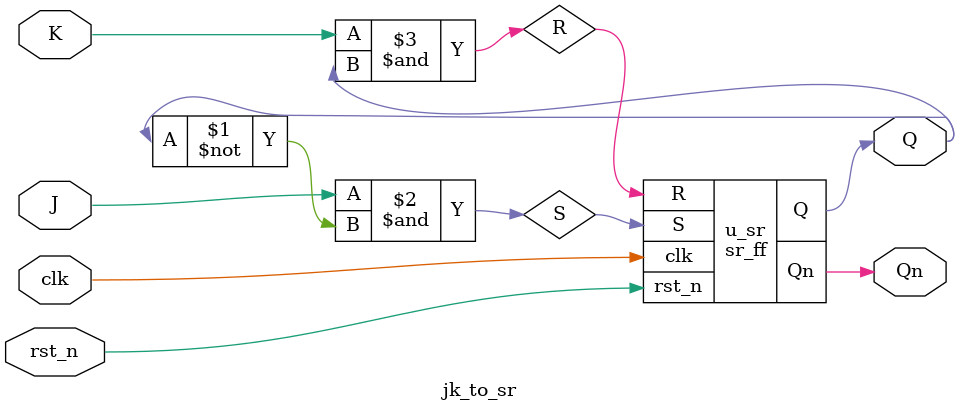
<source format=v>
`timescale 1ns / 1ps
module sr_ff (
    input  wire S,        // Set
    input  wire R,        // Reset
    input  wire clk,      // Clock
    input  wire rst_n,    // Active-low reset
    output reg  Q,        // Output
    output wire Qn        // Complement
);
    assign Qn = ~Q;

    always @(posedge clk or negedge rst_n) begin
        if (!rst_n)
            Q <= 1'b0;      // Reset output
        else begin
            case ({S, R})
                2'b00: Q <= Q;     // Hold
                2'b01: Q <= 1'b0;  // Reset
                2'b10: Q <= 1'b1;  // Set
                2'b11: Q <= Q;     // Prevent invalid state
            endcase
        end
    end
endmodule
module jk_to_sr (
    input  wire J,
    input  wire K,
    input  wire clk,
    input  wire rst_n,
    output wire Q,
    output wire Qn
);
    wire S, R;

    // Conversion logic
    assign S = J & ~Q;
    assign R = K & Q;

    // Instantiate SR Flip-Flop
    sr_ff u_sr (
        .S(S),
        .R(R),
        .clk(clk),
        .rst_n(rst_n),
        .Q(Q),
        .Qn(Qn)
    );
endmodule


</source>
